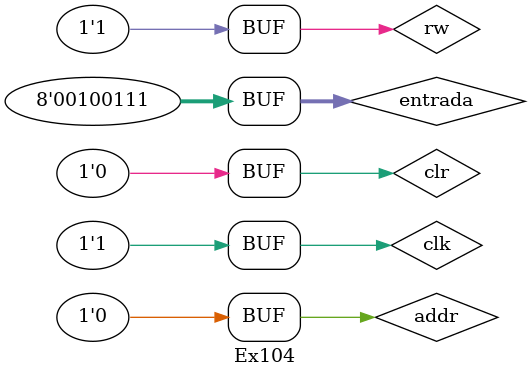
<source format=v>

`include "Exercicio102.v" 
	
module Exercicio104(output [7:0]saida, input [7:0]inp, input clk, input addr, input rw,  input clr );
			
	wire s1, s2;
	wire [3:0]saida1; 
	wire [3:0]saida2;
	wire [3:0]saida3; 
	wire [3:0]saida4;  
		
	Demux dmx (s1,s2, addr);
	
	Exercicio102 mem1(saida1, inp[7:4], clk, s1, rw, clr);
	Exercicio102 mem2(saida2, inp[3:0], clk, s1, rw, clr);
	Exercicio102 mem3(saida3, inp[7:4], clk, s2, rw, clr);
	Exercicio102 mem4(saida4, inp[3:0], clk, s2, rw, clr);	
	
	Mux MUX1 (saida[0], saida1[0], saida2[0], addr);
	Mux MUX2 (saida[1], saida1[1], saida2[1], addr);
	Mux MUX3 (saida[2], saida1[2], saida2[2], addr);
	Mux MUX4 (saida[3], saida1[3], saida2[3], addr);
	Mux MUX5 (saida[4], saida3[0], saida4[4], addr);
	Mux MUX6 (saida[5], saida3[1], saida4[5], addr);
	Mux MUX7 (saida[6], saida3[2], saida4[6], addr);
	Mux MUX8 (saida[7], saida3[3], saida4[7], addr);
	
endmodule	

module Ex104; 
	
	reg [7:0]entrada;
	reg clk;
	reg addr;
	reg rw;
	reg clr; 
	wire [7:0]saida;
	
	Exercicio104 mod1 (saida, entrada, clk, addr, rw, clr);
	
	initial begin
	$display("Entrada\tClk\tAddr\tR/W\tClr\tSaida\n");
	#1 entrada = 11100000;  clk = 1;  addr = 0;  rw = 1;  clr = 1;
	$monitor("%4b\t%1b\t%1b\t%1b\t%1b\t%4b",entrada, clk, addr, rw, clr, saida);
	#1 entrada = 11011111;  clk = 1;  addr = 0;  rw = 1;  clr = 0;
	end	
	 
endmodule 
			 
</source>
